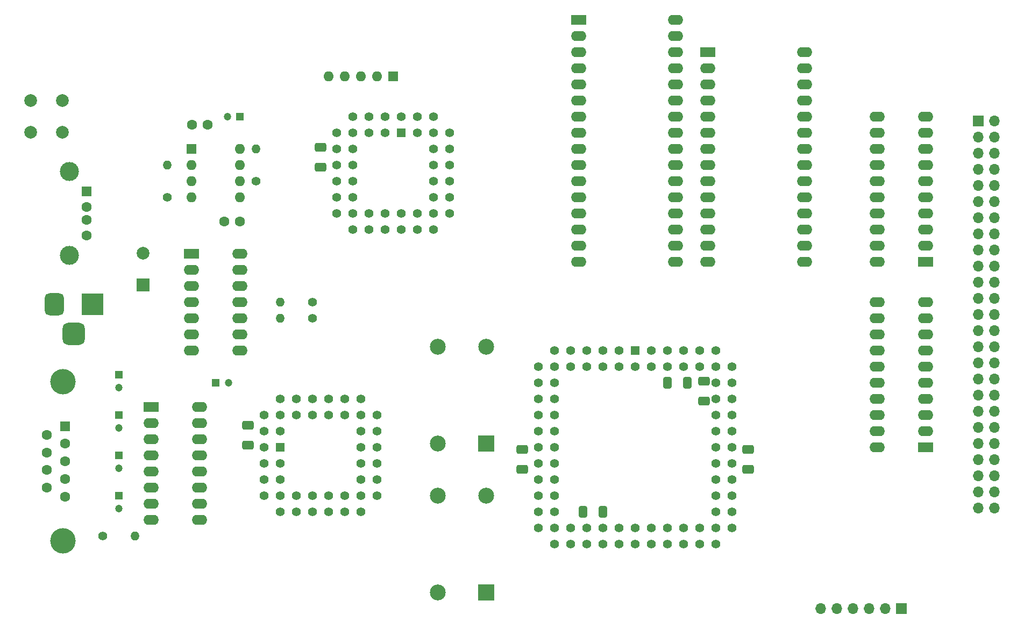
<source format=gbr>
%TF.GenerationSoftware,KiCad,Pcbnew,6.0.5-a6ca702e91~116~ubuntu20.04.1*%
%TF.CreationDate,2022-05-16T22:00:56+02:00*%
%TF.ProjectId,cpu_mem_cpld,6370755f-6d65-46d5-9f63-706c642e6b69,rev?*%
%TF.SameCoordinates,Original*%
%TF.FileFunction,Soldermask,Bot*%
%TF.FilePolarity,Negative*%
%FSLAX46Y46*%
G04 Gerber Fmt 4.6, Leading zero omitted, Abs format (unit mm)*
G04 Created by KiCad (PCBNEW 6.0.5-a6ca702e91~116~ubuntu20.04.1) date 2022-05-16 22:00:56*
%MOMM*%
%LPD*%
G01*
G04 APERTURE LIST*
G04 Aperture macros list*
%AMRoundRect*
0 Rectangle with rounded corners*
0 $1 Rounding radius*
0 $2 $3 $4 $5 $6 $7 $8 $9 X,Y pos of 4 corners*
0 Add a 4 corners polygon primitive as box body*
4,1,4,$2,$3,$4,$5,$6,$7,$8,$9,$2,$3,0*
0 Add four circle primitives for the rounded corners*
1,1,$1+$1,$2,$3*
1,1,$1+$1,$4,$5*
1,1,$1+$1,$6,$7*
1,1,$1+$1,$8,$9*
0 Add four rect primitives between the rounded corners*
20,1,$1+$1,$2,$3,$4,$5,0*
20,1,$1+$1,$4,$5,$6,$7,0*
20,1,$1+$1,$6,$7,$8,$9,0*
20,1,$1+$1,$8,$9,$2,$3,0*%
G04 Aperture macros list end*
%ADD10R,1.700000X1.700000*%
%ADD11O,1.700000X1.700000*%
%ADD12C,1.400000*%
%ADD13O,1.400000X1.400000*%
%ADD14R,1.200000X1.200000*%
%ADD15C,1.200000*%
%ADD16R,1.600000X1.600000*%
%ADD17O,1.600000X1.600000*%
%ADD18R,1.422400X1.422400*%
%ADD19C,1.422400*%
%ADD20R,2.400000X1.600000*%
%ADD21O,2.400000X1.600000*%
%ADD22C,2.000000*%
%ADD23R,2.500000X2.500000*%
%ADD24C,2.500000*%
%ADD25R,3.500000X3.500000*%
%ADD26RoundRect,0.750000X-0.750000X-1.000000X0.750000X-1.000000X0.750000X1.000000X-0.750000X1.000000X0*%
%ADD27RoundRect,0.875000X-0.875000X-0.875000X0.875000X-0.875000X0.875000X0.875000X-0.875000X0.875000X0*%
%ADD28C,1.600000*%
%ADD29R,1.500000X1.600000*%
%ADD30C,3.000000*%
%ADD31C,4.000000*%
%ADD32R,2.000000X2.000000*%
%ADD33RoundRect,0.250000X-0.650000X0.412500X-0.650000X-0.412500X0.650000X-0.412500X0.650000X0.412500X0*%
%ADD34RoundRect,0.250000X0.412500X0.650000X-0.412500X0.650000X-0.412500X-0.650000X0.412500X-0.650000X0*%
%ADD35RoundRect,0.250000X-0.412500X-0.650000X0.412500X-0.650000X0.412500X0.650000X-0.412500X0.650000X0*%
%ADD36RoundRect,0.250000X0.650000X-0.412500X0.650000X0.412500X-0.650000X0.412500X-0.650000X-0.412500X0*%
G04 APERTURE END LIST*
D10*
%TO.C,P5*%
X215265000Y-65405000D03*
D11*
X217805000Y-65405000D03*
X215265000Y-67945000D03*
X217805000Y-67945000D03*
X215265000Y-70485000D03*
X217805000Y-70485000D03*
X215265000Y-73025000D03*
X217805000Y-73025000D03*
X215265000Y-75565000D03*
X217805000Y-75565000D03*
X215265000Y-78105000D03*
X217805000Y-78105000D03*
X215265000Y-80645000D03*
X217805000Y-80645000D03*
X215265000Y-83185000D03*
X217805000Y-83185000D03*
X215265000Y-85725000D03*
X217805000Y-85725000D03*
X215265000Y-88265000D03*
X217805000Y-88265000D03*
X215265000Y-90805000D03*
X217805000Y-90805000D03*
X215265000Y-93345000D03*
X217805000Y-93345000D03*
X215265000Y-95885000D03*
X217805000Y-95885000D03*
X215265000Y-98425000D03*
X217805000Y-98425000D03*
X215265000Y-100965000D03*
X217805000Y-100965000D03*
X215265000Y-103505000D03*
X217805000Y-103505000D03*
X215265000Y-106045000D03*
X217805000Y-106045000D03*
X215265000Y-108585000D03*
X217805000Y-108585000D03*
X215265000Y-111125000D03*
X217805000Y-111125000D03*
X215265000Y-113665000D03*
X217805000Y-113665000D03*
X215265000Y-116205000D03*
X217805000Y-116205000D03*
X215265000Y-118745000D03*
X217805000Y-118745000D03*
X215265000Y-121285000D03*
X217805000Y-121285000D03*
X215265000Y-123825000D03*
X217805000Y-123825000D03*
X215265000Y-126365000D03*
X217805000Y-126365000D03*
%TD*%
D12*
%TO.C,R2*%
X110490000Y-96520000D03*
D13*
X105410000Y-96520000D03*
%TD*%
D12*
%TO.C,R5*%
X87630000Y-77470000D03*
D13*
X87630000Y-72390000D03*
%TD*%
D14*
%TO.C,C25*%
X80010000Y-105410000D03*
D15*
X80010000Y-107410000D03*
%TD*%
D16*
%TO.C,U6*%
X91450000Y-69860000D03*
D17*
X91450000Y-72400000D03*
X91450000Y-74940000D03*
X91450000Y-77480000D03*
X99070000Y-77480000D03*
X99070000Y-74940000D03*
X99070000Y-72400000D03*
X99070000Y-69860000D03*
%TD*%
D18*
%TO.C,U11*%
X105410000Y-116840000D03*
D19*
X102870000Y-119380000D03*
X105410000Y-119380000D03*
X102870000Y-121920000D03*
X105410000Y-121920000D03*
X102870000Y-124460000D03*
X105410000Y-127000000D03*
X105410000Y-124460000D03*
X107950000Y-127000000D03*
X107950000Y-124460000D03*
X110490000Y-127000000D03*
X110490000Y-124460000D03*
X113030000Y-127000000D03*
X113030000Y-124460000D03*
X115570000Y-127000000D03*
X115570000Y-124460000D03*
X118110000Y-127000000D03*
X120650000Y-124460000D03*
X118110000Y-124460000D03*
X120650000Y-121920000D03*
X118110000Y-121920000D03*
X120650000Y-119380000D03*
X118110000Y-119380000D03*
X120650000Y-116840000D03*
X118110000Y-116840000D03*
X120650000Y-114300000D03*
X118110000Y-114300000D03*
X120650000Y-111760000D03*
X118110000Y-109220000D03*
X118110000Y-111760000D03*
X115570000Y-109220000D03*
X115570000Y-111760000D03*
X113030000Y-109220000D03*
X113030000Y-111760000D03*
X110490000Y-109220000D03*
X110490000Y-111760000D03*
X107950000Y-109220000D03*
X107950000Y-111760000D03*
X105410000Y-109220000D03*
X102870000Y-111760000D03*
X105410000Y-111760000D03*
X102870000Y-114300000D03*
X105410000Y-114300000D03*
X102870000Y-116840000D03*
%TD*%
D10*
%TO.C,JTAG*%
X203200000Y-142240000D03*
D11*
X200660000Y-142240000D03*
X198120000Y-142240000D03*
X195580000Y-142240000D03*
X193040000Y-142240000D03*
X190500000Y-142240000D03*
%TD*%
D14*
%TO.C,C4*%
X99060000Y-64770000D03*
D15*
X97060000Y-64770000D03*
%TD*%
D20*
%TO.C,U10*%
X207010000Y-87630000D03*
D21*
X207010000Y-85090000D03*
X207010000Y-82550000D03*
X207010000Y-80010000D03*
X207010000Y-77470000D03*
X207010000Y-74930000D03*
X207010000Y-72390000D03*
X207010000Y-69850000D03*
X207010000Y-67310000D03*
X207010000Y-64770000D03*
X199390000Y-64770000D03*
X199390000Y-67310000D03*
X199390000Y-69850000D03*
X199390000Y-72390000D03*
X199390000Y-74930000D03*
X199390000Y-77470000D03*
X199390000Y-80010000D03*
X199390000Y-82550000D03*
X199390000Y-85090000D03*
X199390000Y-87630000D03*
%TD*%
D22*
%TO.C,RESET*%
X71120000Y-62230000D03*
X71120000Y-67230000D03*
X66120000Y-62230000D03*
X66120000Y-67230000D03*
%TD*%
D23*
%TO.C,X2*%
X137795000Y-139700000D03*
D24*
X137795000Y-124460000D03*
X130175000Y-124460000D03*
X130175000Y-139700000D03*
%TD*%
D20*
%TO.C,U9*%
X207010000Y-116840000D03*
D21*
X207010000Y-114300000D03*
X207010000Y-111760000D03*
X207010000Y-109220000D03*
X207010000Y-106680000D03*
X207010000Y-104140000D03*
X207010000Y-101600000D03*
X207010000Y-99060000D03*
X207010000Y-96520000D03*
X207010000Y-93980000D03*
X199390000Y-93980000D03*
X199390000Y-96520000D03*
X199390000Y-99060000D03*
X199390000Y-101600000D03*
X199390000Y-104140000D03*
X199390000Y-106680000D03*
X199390000Y-109220000D03*
X199390000Y-111760000D03*
X199390000Y-114300000D03*
X199390000Y-116840000D03*
%TD*%
D25*
%TO.C,5V*%
X75850000Y-94292500D03*
D26*
X69850000Y-94292500D03*
D27*
X72850000Y-98992500D03*
%TD*%
D18*
%TO.C,U2*%
X161290000Y-101600000D03*
D19*
X161290000Y-104140000D03*
X158750000Y-101600000D03*
X158750000Y-104140000D03*
X156210000Y-101600000D03*
X156210000Y-104140000D03*
X153670000Y-101600000D03*
X153670000Y-104140000D03*
X151130000Y-101600000D03*
X151130000Y-104140000D03*
X148590000Y-101600000D03*
X146050000Y-104140000D03*
X148590000Y-104140000D03*
X146050000Y-106680000D03*
X148590000Y-106680000D03*
X146050000Y-109220000D03*
X148590000Y-109220000D03*
X146050000Y-111760000D03*
X148590000Y-111760000D03*
X146050000Y-114300000D03*
X148590000Y-114300000D03*
X146050000Y-116840000D03*
X148590000Y-116840000D03*
X146050000Y-119380000D03*
X148590000Y-119380000D03*
X146050000Y-121920000D03*
X148590000Y-121920000D03*
X146050000Y-124460000D03*
X148590000Y-124460000D03*
X146050000Y-127000000D03*
X148590000Y-127000000D03*
X146050000Y-129540000D03*
X148590000Y-132080000D03*
X148590000Y-129540000D03*
X151130000Y-132080000D03*
X151130000Y-129540000D03*
X153670000Y-132080000D03*
X153670000Y-129540000D03*
X156210000Y-132080000D03*
X156210000Y-129540000D03*
X158750000Y-132080000D03*
X158750000Y-129540000D03*
X161290000Y-132080000D03*
X161290000Y-129540000D03*
X163830000Y-132080000D03*
X163830000Y-129540000D03*
X166370000Y-132080000D03*
X166370000Y-129540000D03*
X168910000Y-132080000D03*
X168910000Y-129540000D03*
X171450000Y-132080000D03*
X171450000Y-129540000D03*
X173990000Y-132080000D03*
X176530000Y-129540000D03*
X173990000Y-129540000D03*
X176530000Y-127000000D03*
X173990000Y-127000000D03*
X176530000Y-124460000D03*
X173990000Y-124460000D03*
X176530000Y-121920000D03*
X173990000Y-121920000D03*
X176530000Y-119380000D03*
X173990000Y-119380000D03*
X176530000Y-116840000D03*
X173990000Y-116840000D03*
X176530000Y-114300000D03*
X173990000Y-114300000D03*
X176530000Y-111760000D03*
X173990000Y-111760000D03*
X176530000Y-109220000D03*
X173990000Y-109220000D03*
X176530000Y-106680000D03*
X173990000Y-106680000D03*
X176530000Y-104140000D03*
X173990000Y-101600000D03*
X173990000Y-104140000D03*
X171450000Y-101600000D03*
X171450000Y-104140000D03*
X168910000Y-101600000D03*
X168910000Y-104140000D03*
X166370000Y-101600000D03*
X166370000Y-104140000D03*
X163830000Y-101600000D03*
X163830000Y-104140000D03*
%TD*%
D23*
%TO.C,X1*%
X137795000Y-116205000D03*
D24*
X137795000Y-100965000D03*
X130175000Y-100965000D03*
X130175000Y-116205000D03*
%TD*%
D28*
%TO.C,C2*%
X93980000Y-66040000D03*
X91480000Y-66040000D03*
%TD*%
D20*
%TO.C,U3*%
X172715000Y-54595000D03*
D21*
X172715000Y-57135000D03*
X172715000Y-59675000D03*
X172715000Y-62215000D03*
X172715000Y-64755000D03*
X172715000Y-67295000D03*
X172715000Y-69835000D03*
X172715000Y-72375000D03*
X172715000Y-74915000D03*
X172715000Y-77455000D03*
X172715000Y-79995000D03*
X172715000Y-82535000D03*
X172715000Y-85075000D03*
X172715000Y-87615000D03*
X187955000Y-87615000D03*
X187955000Y-85075000D03*
X187955000Y-82535000D03*
X187955000Y-79995000D03*
X187955000Y-77455000D03*
X187955000Y-74915000D03*
X187955000Y-72375000D03*
X187955000Y-69835000D03*
X187955000Y-67295000D03*
X187955000Y-64755000D03*
X187955000Y-62215000D03*
X187955000Y-59675000D03*
X187955000Y-57135000D03*
X187955000Y-54595000D03*
%TD*%
D20*
%TO.C,U4*%
X152420000Y-49530000D03*
D21*
X152420000Y-52070000D03*
X152420000Y-54610000D03*
X152420000Y-57150000D03*
X152420000Y-59690000D03*
X152420000Y-62230000D03*
X152420000Y-64770000D03*
X152420000Y-67310000D03*
X152420000Y-69850000D03*
X152420000Y-72390000D03*
X152420000Y-74930000D03*
X152420000Y-77470000D03*
X152420000Y-80010000D03*
X152420000Y-82550000D03*
X152420000Y-85090000D03*
X152420000Y-87630000D03*
X167660000Y-87630000D03*
X167660000Y-85090000D03*
X167660000Y-82550000D03*
X167660000Y-80010000D03*
X167660000Y-77470000D03*
X167660000Y-74930000D03*
X167660000Y-72390000D03*
X167660000Y-69850000D03*
X167660000Y-67310000D03*
X167660000Y-64770000D03*
X167660000Y-62230000D03*
X167660000Y-59690000D03*
X167660000Y-57150000D03*
X167660000Y-54610000D03*
X167660000Y-52070000D03*
X167660000Y-49530000D03*
%TD*%
D12*
%TO.C,R6*%
X101600000Y-74930000D03*
D13*
X101600000Y-69850000D03*
%TD*%
D14*
%TO.C,C21*%
X80010000Y-118110000D03*
D15*
X80010000Y-120110000D03*
%TD*%
D20*
%TO.C,U5*%
X91425000Y-86355000D03*
D21*
X91425000Y-88895000D03*
X91425000Y-91435000D03*
X91425000Y-93975000D03*
X91425000Y-96515000D03*
X91425000Y-99055000D03*
X91425000Y-101595000D03*
X99045000Y-101595000D03*
X99045000Y-99055000D03*
X99045000Y-96515000D03*
X99045000Y-93975000D03*
X99045000Y-91435000D03*
X99045000Y-88895000D03*
X99045000Y-86355000D03*
%TD*%
D29*
%TO.C,J1*%
X74930000Y-76510000D03*
D28*
X74930000Y-79010000D03*
X74930000Y-81010000D03*
X74930000Y-83510000D03*
D30*
X72220000Y-86580000D03*
X72220000Y-73440000D03*
%TD*%
D14*
%TO.C,C20*%
X80010000Y-111760000D03*
D15*
X80010000Y-113760000D03*
%TD*%
D14*
%TO.C,C17*%
X95250000Y-106680000D03*
D15*
X97250000Y-106680000D03*
%TD*%
D28*
%TO.C,C3*%
X99060000Y-81280000D03*
X96560000Y-81280000D03*
%TD*%
D16*
%TO.C,RN1*%
X123210000Y-58420000D03*
D17*
X120670000Y-58420000D03*
X118130000Y-58420000D03*
X115590000Y-58420000D03*
X113050000Y-58420000D03*
%TD*%
D12*
%TO.C,R3*%
X77470000Y-130810000D03*
D13*
X82550000Y-130810000D03*
%TD*%
D20*
%TO.C,U13*%
X85075000Y-110505000D03*
D21*
X85075000Y-113045000D03*
X85075000Y-115585000D03*
X85075000Y-118125000D03*
X85075000Y-120665000D03*
X85075000Y-123205000D03*
X85075000Y-125745000D03*
X85075000Y-128285000D03*
X92695000Y-128285000D03*
X92695000Y-125745000D03*
X92695000Y-123205000D03*
X92695000Y-120665000D03*
X92695000Y-118125000D03*
X92695000Y-115585000D03*
X92695000Y-113045000D03*
X92695000Y-110505000D03*
%TD*%
D31*
%TO.C,SERIAL*%
X71194000Y-131540300D03*
X71194000Y-106540300D03*
D16*
X71494000Y-113500300D03*
D28*
X71494000Y-116270300D03*
X71494000Y-119040300D03*
X71494000Y-121810300D03*
X71494000Y-124580300D03*
X68654000Y-114885300D03*
X68654000Y-117655300D03*
X68654000Y-120425300D03*
X68654000Y-123195300D03*
%TD*%
D14*
%TO.C,C23*%
X80010000Y-124460000D03*
D15*
X80010000Y-126460000D03*
%TD*%
D18*
%TO.C,U1*%
X124460000Y-67310000D03*
D19*
X121920000Y-64770000D03*
X121920000Y-67310000D03*
X119380000Y-64770000D03*
X119380000Y-67310000D03*
X116840000Y-64770000D03*
X114300000Y-67310000D03*
X116840000Y-67310000D03*
X114300000Y-69850000D03*
X116840000Y-69850000D03*
X114300000Y-72390000D03*
X116840000Y-72390000D03*
X114300000Y-74930000D03*
X116840000Y-74930000D03*
X114300000Y-77470000D03*
X116840000Y-77470000D03*
X114300000Y-80010000D03*
X116840000Y-82550000D03*
X116840000Y-80010000D03*
X119380000Y-82550000D03*
X119380000Y-80010000D03*
X121920000Y-82550000D03*
X121920000Y-80010000D03*
X124460000Y-82550000D03*
X124460000Y-80010000D03*
X127000000Y-82550000D03*
X127000000Y-80010000D03*
X129540000Y-82550000D03*
X132080000Y-80010000D03*
X129540000Y-80010000D03*
X132080000Y-77470000D03*
X129540000Y-77470000D03*
X132080000Y-74930000D03*
X129540000Y-74930000D03*
X132080000Y-72390000D03*
X129540000Y-72390000D03*
X132080000Y-69850000D03*
X129540000Y-69850000D03*
X132080000Y-67310000D03*
X129540000Y-64770000D03*
X129540000Y-67310000D03*
X127000000Y-64770000D03*
X127000000Y-67310000D03*
X124460000Y-64770000D03*
%TD*%
D12*
%TO.C,R1*%
X110490000Y-93980000D03*
D13*
X105410000Y-93980000D03*
%TD*%
D32*
%TO.C,C16*%
X83820000Y-91267700D03*
D22*
X83820000Y-86267700D03*
%TD*%
D33*
%TO.C,C1*%
X179070000Y-117182500D03*
X179070000Y-120307500D03*
%TD*%
%TO.C,C14*%
X172085000Y-106387500D03*
X172085000Y-109512500D03*
%TD*%
D34*
%TO.C,C13*%
X169495000Y-106680000D03*
X166370000Y-106680000D03*
%TD*%
D35*
%TO.C,C7*%
X153085000Y-127000000D03*
X156210000Y-127000000D03*
%TD*%
D36*
%TO.C,C6*%
X100330000Y-116497500D03*
X100330000Y-113372500D03*
%TD*%
D33*
%TO.C,C11*%
X143510000Y-117182500D03*
X143510000Y-120307500D03*
%TD*%
%TO.C,C9*%
X111760000Y-69557500D03*
X111760000Y-72682500D03*
%TD*%
M02*

</source>
